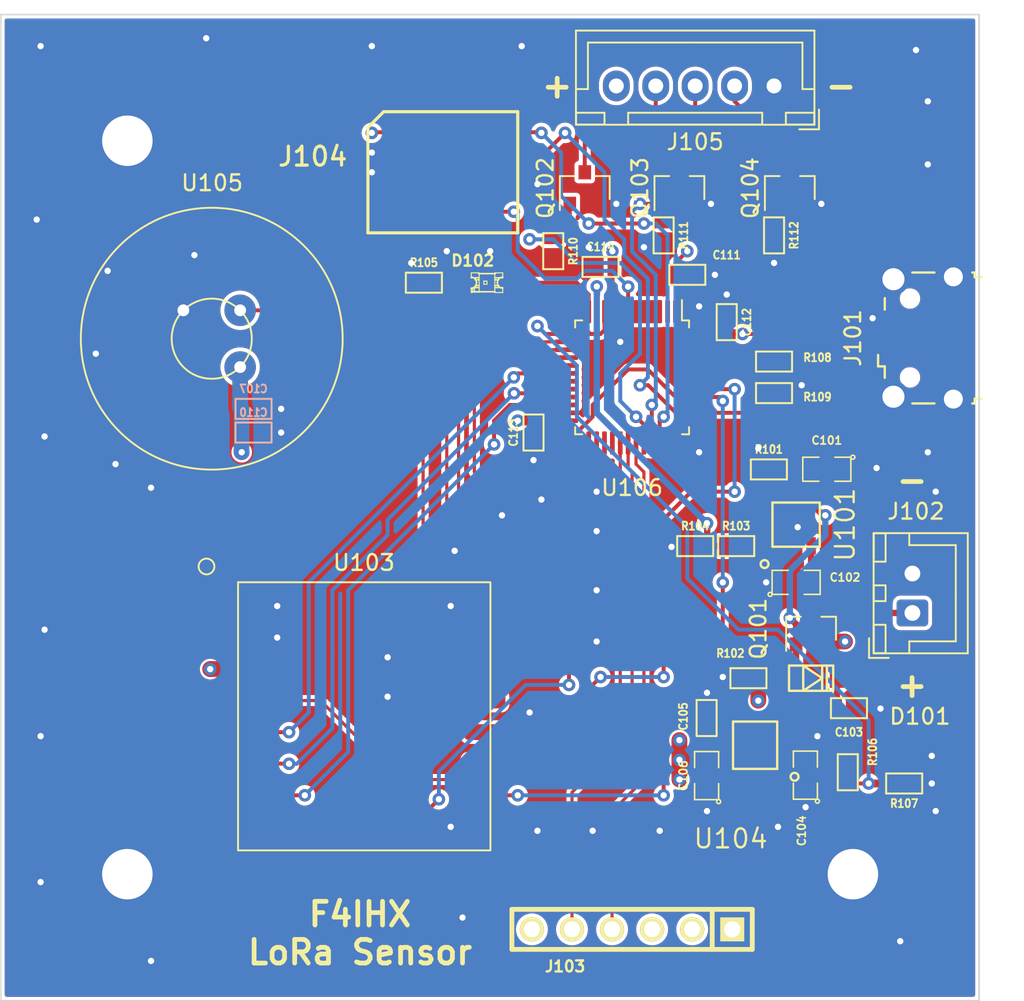
<source format=kicad_pcb>
(kicad_pcb (version 20211014) (generator pcbnew)
  (layers (0 "F.Cu" signal) (1 "In1.Cu" signal) (2 "In2.Cu" signal) (31 "B.Cu" signal) (34 "B.Paste" user) (35 "F.Paste" user) (36 "B.SilkS" user "B.Silkscreen") (37 "F.SilkS" user "F.Silkscreen") (38 "B.Mask" user) (39 "F.Mask" user) (44 "Edge.Cuts" user))
  (net 0 "")
  (net 1 "GND")
  (net 2 "VCC")
  (net 3 "Net-(R101-Pad2)")
  (net 4 "Net-(C105-Pad2)")
  (net 5 "+3V3")
  (net 6 "/~{CS}")
  (net 7 "/SCK")
  (net 8 "/MISO")
  (net 9 "/MOSI")
  (net 10 "/RA_RST")
  (net 11 "/TX")
  (net 12 "/RX")
  (net 13 "/USBD_N")
  (net 14 "/USBD_P")
  (net 18 "Net-(R103-Pad2)")
  (net 19 "Net-(D102-PadK)")
  (net 20 "/DIO4")
  (net 21 "/DIO5")
  (net 22 "/IO3")
  (net 23 "/IO2")
  (net 24 "/IO1")
  (net 25 "/IO0")
  (net 26 "/BMON")
  (net 27 "Net-(C102-Pad2)")
  (net 33 "Net-(U106-Pad44)")
  (net 46 "/SWDIO")
  (net 47 "/SWCLK")
  (net 48 "/SWO")
  (net 50 "/~{RST}")
  (net 51 "/5V")
  (net 52 "Net-(U106-Pad12)")
  (net 53 "/~{CTS}")
  (net 54 "/~{RTS}")
  (net 55 "/BATV")
  (net 56 "Net-(U106-Pad10)")
  (net 57 "/OUT3")
  (net 58 "/OUT2")
  (net 59 "/OUT1")
  (net 60 "/OUT3_D")
  (net 61 "/OUT2_D")
  (net 62 "/OUT1_D")
  (footprint "General_SMD:SM0603" (layer "F.Cu") (at 143.5 88.5 180)
    (fp_text reference "C111")
    (fp_text value "100nF" hide)
  )
  (footprint "General_SMD:SM0603" (layer "F.Cu") (at 133.75 98.5 90)
    (fp_text reference "C113")
    (fp_text value "100nF" hide)
  )
  (footprint "General_SMD:SM0603" (layer "F.Cu") (at 135 87 -90)
    (fp_text reference "R110")
    (fp_text value "10k" hide)
  )
  (footprint "General_SMD:SM0603" (layer "F.Cu") (at 153.75 115.975 180)
    (fp_text reference "C103")
    (fp_text value "1uF" hide)
  )
  (footprint "Connector_JST:JST_XH_B2B-XH-A_1x02_P2.50mm_Vertical" (layer "F.Cu") (at 157.773001 109.9385 90)
    (fp_text reference "J102")
    (fp_text value "Battery")
  )
  (footprint "General_SMD:SM0805" (layer "F.Cu") (at 152.346 100.827 180)
    (fp_text reference "C101")
    (fp_text value "4.7uF" hide)
  )
  (footprint "General_SMD:SM0603" (layer "F.Cu") (at 149 86 -90)
    (fp_text reference "R112")
    (fp_text value "10k" hide)
  )
  (footprint "General_SMD:SOD-123" (layer "F.Cu") (at 151.35 114.075 180)
    (fp_text reference "D101")
    (fp_text value "SCHOTTKY" hide)
  )
  (footprint "Connector_USB:USB_Micro-B_Wuerth_629105150521_CircularHoles" (layer "F.Cu") (at 158.42 92.505 90)
    (fp_text reference "J101")
    (fp_text value "USB_OTG")
  )
  (footprint "SOT:SOT-23" (layer "F.Cu") (at 143 83 90)
    (fp_text reference "Q103")
    (fp_text value "BSS138")
  )
  (footprint "Mounting_Holes:3.2mm_plated" (layer "F.Cu") (at 154 126.5)
    (fp_text reference "REF**" hide)
    (fp_text value "3.2mm_plated")
  )
  (footprint "General_SMD:SM0603" (layer "F.Cu") (at 153.675 120.037 90)
    (fp_text reference "R106")
    (fp_text value "12k" hide)
  )
  (footprint "General_SMD:SM0603" (layer "F.Cu") (at 148.673 100.8385)
    (fp_text reference "R101")
    (fp_text value "12k" hide)
  )
  (footprint "General_SMD:SM0603" (layer "F.Cu") (at 149 94)
    (fp_text reference "R108")
    (fp_text value "NC" hide)
  )
  (footprint "General_SMD:SM0603" (layer "F.Cu") (at 147.375 114.075 180)
    (fp_text reference "R102")
    (fp_text value "12k" hide)
  )
  (footprint "General_SMD:SM0603" (layer "F.Cu") (at 144.724997 116.600001 -90)
    (fp_text reference "C105")
    (fp_text value "10nF" hide)
  )
  (footprint "Panasonic:EKMB439311xK" (layer "F.Cu") (at 113.35 92.55)
    (fp_text reference "U105")
    (fp_text value "EKMB439311xK")
  )
  (footprint "General_SMD:SM0603" (layer "F.Cu") (at 138 88)
    (fp_text reference "C114")
    (fp_text value "100nF" hide)
  )
  (footprint "General_SMD:SM0603" (layer "F.Cu") (at 141.999997 85.999999 -90)
    (fp_text reference "R111")
    (fp_text value "10k" hide)
  )
  (footprint "Connector_JST:JST_XH_B5B-XH-A_1x05_P2.50mm_Vertical" (layer "F.Cu") (at 148.999998 76.525 180)
    (fp_text reference "J105")
    (fp_text value "Conn_01x05")
  )
  (footprint "General_SMD:SM0603" (layer "F.Cu") (at 126.79902 89)
    (fp_text reference "R105")
    (fp_text value "220" hide)
  )
  (footprint "Connectors_254mm:pin_array_6x1" (layer "F.Cu") (at 140 130 180)
    (fp_text reference "J103")
    (fp_text value "Conn_01x06_Male" hide)
  )
  (footprint "General_SMD:SM0603" (layer "F.Cu") (at 146 91.5 -90)
    (fp_text reference "C112")
    (fp_text value "100nF" hide)
  )
  (footprint "Connectors_127mm:JTAG_10ARM" (layer "F.Cu") (at 128 82)
    (fp_text reference "J104")
    (fp_text value "ARM_10x2mm" hide)
  )
  (footprint "General_SMD:SM0603" (layer "F.Cu") (at 144 105.7)
    (fp_text reference "R104")
    (fp_text value "10k" hide)
  )
  (footprint "General_SMD:SM0603" (layer "F.Cu") (at 149 96)
    (fp_text reference "R109")
    (fp_text value "12k" hide)
  )
  (footprint "General_SMD:SM0603" (layer "F.Cu") (at 146.6 105.7)
    (fp_text reference "R103")
    (fp_text value "6.8k" hide)
  )
  (footprint "SOT:SOT-23" (layer "F.Cu") (at 150 83 90)
    (fp_text reference "Q104")
    (fp_text value "BSS138")
  )
  (footprint "General_SMD:LED-0805" (layer "F.Cu") (at 130.799021 88.999998 180)
    (fp_text reference "D102")
    (fp_text value "LED" hide)
  )
  (footprint "SOT:SOT23-5" (layer "F.Cu") (at 147.8 118.325 90)
    (fp_text reference "U104")
    (fp_text value "REG113-XX-SOT23")
  )
  (footprint "SOT:SOT23-5" (layer "F.Cu") (at 150.398 104.3385)
    (fp_text reference "U101")
    (fp_text value "MCP73821_2_SOT-23-5")
  )
  (footprint "RF_Module:RA-02_Lora" (layer "F.Cu") (at 123.0175 116.4925)
    (fp_text reference "U103")
    (fp_text value "RA-02_uFL")
  )
  (footprint "Mounting_Holes:3.2mm_plated" (layer "F.Cu") (at 108 126.5)
    (fp_text reference "REF**" hide)
    (fp_text value "3.2mm_plated")
  )
  (footprint "SOT:SOT-23" (layer "F.Cu") (at 137 83 90)
    (fp_text reference "Q102")
    (fp_text value "BSS138")
  )
  (footprint "Package_QFP:LQFP-48_7x7mm_P0.5mm" (layer "F.Cu") (at 140 95 -90)
    (fp_text reference "U106")
    (fp_text value "STM32F051C8Tx")
  )
  (footprint "General_SMD:SM0805" (layer "F.Cu") (at 150.9865 120.223002 90)
    (fp_text reference "C104")
    (fp_text value "4.7uF" hide)
  )
  (footprint "General_SMD:SM0805" (layer "F.Cu") (at 144.725005 120.250001 90)
    (fp_text reference "C106")
    (fp_text value "4.7uF" hide)
  )
  (footprint "SOT:SOT-23" (layer "F.Cu") (at 151.348 110.9385 90)
    (fp_text reference "Q101")
    (fp_text value "IRLML2244")
  )
  (footprint "General_SMD:SM0603" (layer "F.Cu") (at 157.25 120.75 180)
    (fp_text reference "R107")
    (fp_text value "12k" hide)
  )
  (footprint "General_SMD:SM0805" (layer "F.Cu") (at 150.4 108)
    (fp_text reference "C102")
    (fp_text value "4.7uF" hide)
  )
  (footprint "Mounting_Holes:3.2mm_plated" (layer "F.Cu") (at 108 80)
    (fp_text reference "REF**" hide)
    (fp_text value "3.2mm_plated")
  )
  (footprint "General_SMD:SM0603" (layer "B.Cu") (at 116 98.5 180)
    (fp_text reference "C110")
    (fp_text value "100nF" hide)
  )
  (footprint "General_SMD:SM0603" (layer "B.Cu") (at 116 97 180)
    (fp_text reference "C107")
    (fp_text value "100nF" hide)
  )
  (gr_rect (start 99.975 72) (end 162 134.525) (layer "Edge.Cuts") (width 0.1) (fill none))
  (gr_text "-" (at 153.25 76.5) (layer "F.SilkS") (effects (font (size 1.5 1.5) (thickness 0.3))))
  (gr_text "+" (at 157.75 114.5) (layer "F.SilkS") (effects (font (size 1.5 1.5) (thickness 0.3))))
  (gr_text "-" (at 157.75 101.5) (layer "F.SilkS") (effects (font (size 1.5 1.5) (thickness 0.3))))
  (gr_text "F4IHX\nLoRa Sensor" (at 122.75 130.25) (layer "F.SilkS") (effects (font (size 1.5 1.5) (thickness 0.3))))
  (gr_text "+" (at 135.25 76.5) (layer "F.SilkS") (effects (font (size 1.5 1.5) (thickness 0.3))))
  (segment (start 139.25 90.8375) (end 139.25 92.75) (width 0.25) (layer "F.Cu") (net 1))
  (segment (start 137.238 88) (end 137.238 86.762) (width 0.5) (layer "F.Cu") (net 1))
  (segment (start 123.52 80.73) (end 123.5 80.75) (width 0.5) (layer "F.Cu") (net 1))
  (segment (start 143.238 105.7) (end 142.55 105.7) (width 0.5) (layer "F.Cu") (net 1))
  (segment (start 150.9865 122.2365) (end 151 122.25) (width 0.5) (layer "F.Cu") (net 1))
  (segment (start 144.725005 121.202501) (end 144.725005 122.475005) (width 0.5) (layer "F.Cu") (net 1))
  (segment (start 149 86.762) (end 149 87.75) (width 0.5) (layer "F.Cu") (net 1))
  (segment (start 141.999997 86.761999) (end 140.761999 86.761999) (width 0.5) (layer "F.Cu") (net 1))
  (segment (start 158.012 120.75) (end 159 120.75) (width 0.5) (layer "F.Cu") (net 1))
  (segment (start 144.724997 115.025003) (end 144.75 115) (width 0.5) (layer "F.Cu") (net 1))
  (segment (start 147.911 100.8385) (end 147.911 99.589) (width 0.5) (layer "F.Cu") (net 1))
  (segment (start 117.4925 111.4925) (end 117.5 111.5) (width 0.5) (layer "F.Cu") (net 1))
  (segment (start 117.4925 109.4925) (end 117.5 109.5) (width 0.5) (layer "F.Cu") (net 1))
  (segment (start 156.52 91.205) (end 155.295 91.205) (width 0.25) (layer "F.Cu") (net 1))
  (segment (start 130.6675 109.4925) (end 128.5075 109.4925) (width 0.5) (layer "F.Cu") (net 1))
  (segment (start 137.238 86.762) (end 137.25 86.75) (width 0.5) (layer "F.Cu") (net 1))
  (segment (start 150.95 84) (end 152 84) (width 0.5) (layer "F.Cu") (net 1))
  (segment (start 126.03702 89) (end 126.03702 87.78702) (width 0.5) (layer "F.Cu") (net 1))
  (segment (start 128.5075 123.4925) (end 128.5 123.5) (width 0.5) (layer "F.Cu") (net 1))
  (segment (start 140.761999 86.761999) (end 140.75 86.75) (width 0.5) (layer "F.Cu") (net 1))
  (segment (start 142.55 105.7) (end 142.5 105.75) (width 0.5) (layer "F.Cu") (net 1))
  (segment (start 144.262 88.5) (end 145.25 88.5) (width 0.5) (layer "F.Cu") (net 1))
  (segment (start 125.75 80.73) (end 123.52 80.73) (width 0.5) (layer "F.Cu") (net 1))
  (segment (start 144.725005 122.475005) (end 144.75 122.5) (width 0.5) (layer "F.Cu") (net 1))
  (segment (start 133.75 99.262) (end 133.75 100.25) (width 1) (layer "F.Cu") (net 1))
  (segment (start 146.613 114.075) (end 145.825 114.075) (width 0.5) (layer "F.Cu") (net 1))
  (segment (start 145.825 114.075) (end 145.75 114) (width 0.5) (layer "F.Cu") (net 1))
  (segment (start 130.6675 123.4925) (end 128.5075 123.4925) (width 0.5) (layer "F.Cu") (net 1))
  (segment (start 115.3675 109.4925) (end 117.4925 109.4925) (width 0.5) (layer "F.Cu") (net 1))
  (segment (start 155.295 91.205) (end 155.25 91.25) (width 0.25) (layer "F.Cu") (net 1))
  (segment (start 123.5 82) (end 125.75 82) (width 0.5) (layer "F.Cu") (net 1))
  (segment (start 150.9865 121.175502) (end 150.9865 122.2365) (width 0.5) (layer "F.Cu") (net 1))
  (segment (start 144.724997 115.838001) (end 144.724997 115.025003) (width 0.5) (layer "F.Cu") (net 1))
  (segment (start 155.725 115.975) (end 155.75 116) (width 0.5) (layer "F.Cu") (net 1))
  (segment (start 154.512 115.975) (end 155.725 115.975) (width 0.5) (layer "F.Cu") (net 1))
  (segment (start 115.3675 111.4925) (end 117.4925 111.4925) (width 0.5) (layer "F.Cu") (net 1))
  (segment (start 150.398 105.6885) (end 150.398 104.602) (width 0.5) (layer "F.Cu") (net 1))
  (segment (start 149.4475 108) (end 148.5 108) (width 0.5) (layer "F.Cu") (net 1))
  (segment (start 143.95 84) (end 145 84) (width 0.5) (layer "F.Cu") (net 1))
  (segment (start 128.5075 109.4925) (end 128.5 109.5) (width 0.5) (layer "F.Cu") (net 1))
  (segment (start 155.423 100.827) (end 155.5 100.75) (width 0.5) (layer "F.Cu") (net 1))
  (segment (start 146 90.738) (end 146 89.75) (width 0.5) (layer "F.Cu") (net 1))
  (segment (start 149.762 96) (end 150.25 96) (width 0.5) (layer "F.Cu") (net 1))
  (segment (start 150.398 104.602) (end 150.5 104.5) (width 0.5) (layer "F.Cu") (net 1))
  (segment (start 150.25 96) (end 150.75 95.5) (width 0.5) (layer "F.Cu") (net 1))
  (segment (start 126.03702 87.78702) (end 126 87.75) (width 0.5) (layer "F.Cu") (net 1))
  (segment (start 137.95 84) (end 139 84) (width 0.5) (layer "F.Cu") (net 1))
  (segment (start 147.911 99.589) (end 148 99.5) (width 0.5) (layer "F.Cu") (net 1))
  (segment (start 153.2985 100.827) (end 155.423 100.827) (width 0.5) (layer "F.Cu") (net 1))
  (via (at 140.75 86.75) (size 0.8) (drill 0.4) (layers "F.Cu" "B.Cu") (net 1))
  (via (at 144.25 99.75) (size 0.8) (drill 0.4) (layers "F.Cu" "B.Cu") (net 1))
  (via (at 141.75 123.75) (size 0.8) (drill 0.4) (layers "F.Cu" "B.Cu") (net 1))
  (via (at 159 120.75) (size 0.8) (drill 0.4) (layers "F.Cu" "B.Cu") (net 1))
  (via (at 159.25 122.5) (size 0.8) (drill 0.4) (layers "F.Cu" "B.Cu") (net 1))
  (via (at 142.5 105.75) (size 0.8) (drill 0.4) (layers "F.Cu" "B.Cu") (net 1))
  (via (at 137.25 86.75) (size 0.8) (drill 0.4) (layers "F.Cu" "B.Cu") (net 1))
  (via (at 102.25 85) (size 0.8) (drill 0.4) (layers "F.Cu" "B.Cu") (net 1))
  (via (at 123.5 82) (size 0.8) (drill 0.4) (layers "F.Cu" "B.Cu") (net 1))
  (via (at 137.75 104.75) (size 0.8) (drill 0.4) (layers "F.Cu" "B.Cu") (net 1))
  (via (at 134.25 102.75) (size 0.8) (drill 0.4) (layers "F.Cu" "B.Cu") (net 1))
  (via (at 124.5 115.25) (size 0.8) (drill 0.4) (layers "F.Cu" "B.Cu") (net 1))
  (via (at 102.75 98.75) (size 0.8) (drill 0.4) (layers "F.Cu" "B.Cu") (net 1))
  (via (at 155.5 100.75) (size 0.8) (drill 0.4) (layers "F.Cu" "B.Cu") (net 1))
  (via (at 107.25 100.5) (size 0.8) (drill 0.4) (layers "F.Cu" "B.Cu") (net 1))
  (via (at 112.25 87.25) (size 0.8) (drill 0.4) (layers "F.Cu" "B.Cu") (net 1))
  (via (at 137.5 123.75) (size 0.8) (drill 0.4) (layers "F.Cu" "B.Cu") (net 1))
  (via (at 102.5 127) (size 0.8) (drill 0.4) (layers "F.Cu" "B.Cu") (net 1))
  (via (at 109.5 102) (size 0.8) (drill 0.4) (layers "F.Cu" "B.Cu") (net 1))
  (via (at 150.75 95.5) (size 0.8) (drill 0.4) (layers "F.Cu" "B.Cu") (net 1))
  (via (at 158 74.25) (size 0.8) (drill 0.4) (layers "F.Cu" "B.Cu") (net 1))
  (via (at 152 84) (size 0.8) (drill 0.4) (layers "F.Cu" "B.Cu") (net 1))
  (via (at 148.5 108) (size 0.8) (drill 0.4) (layers "F.Cu" "B.Cu") (net 1))
  (via (at 144.75 115) (size 0.8) (drill 0.4) (layers "F.Cu" "B.Cu") (net 1))
  (via (at 159 119) (size 0.8) (drill 0.4) (layers "F.Cu" "B.Cu") (net 1))
  (via (at 158.75 99.75) (size 0.8) (drill 0.4) (layers "F.Cu" "B.Cu") (net 1))
  (via (at 150.5 104.5) (size 0.8) (drill 0.4) (layers "F.Cu" "B.Cu") (net 1))
  (via (at 134 82.75) (size 0.8) (drill 0.4) (layers "F.Cu" "B.Cu") (net 1))
  (via (at 113 73.5) (size 0.8) (drill 0.4) (layers "F.Cu" "B.Cu") (net 1))
  (via (at 137.75 102.25) (size 0.8) (drill 0.4) (layers "F.Cu" "B.Cu") (net 1))
  (via (at 144.25 90.5) (size 0.8) (drill 0.4) (layers "F.Cu" "B.Cu") (net 1))
  (via (at 134 123.75) (size 0.8) (drill 0.4) (layers "F.Cu" "B.Cu") (net 1))
  (via (at 137.75 108.5) (size 0.8) (drill 0.4) (layers "F.Cu" "B.Cu") (net 1))
  (via (at 102.5 74) (size 0.8) (drill 0.4) (layers "F.Cu" "B.Cu") (net 1))
  (via (at 129.25 129.25) (size 0.8) (drill 0.4) (layers "F.Cu" "B.Cu") (net 1))
  (via (at 124.5 112.75) (size 0.8) (drill 0.4) (layers "F.Cu" "B.Cu") (net 1))
  (via (at 123.5 80.75) (size 0.8) (drill 0.4) (layers "F.Cu" "B.Cu") (net 1))
  (via (at 131.75 103.75) (size 0.8) (drill 0.4) (layers "F.Cu" "B.Cu") (net 1))
  (via (at 133.5 116.25) (size 0.8) (drill 0.4) (layers "F.Cu" "B.Cu") (net 1))
  (via (at 102.75 111) (size 0.8) (drill 0.4) (layers "F.Cu" "B.Cu") (net 1))
  (via (at 158.75 77.5) (size 0.8) (drill 0.4) (layers "F.Cu" "B.Cu") (net 1))
  (via (at 145.25 88.5) (size 0.8) (drill 0.4) (layers "F.Cu" "B.Cu") (net 1))
  (via (at 139.25 92.75) (size 0.8) (drill 0.4) (layers "F.Cu" "B.Cu") (net 1))
  (via (at 128.25 87) (size 0.8) (drill 0.4) (layers "F.Cu" "B.Cu") (net 1))
  (via (at 117.5 109.5) (size 0.8) (drill 0.4) (layers "F.Cu" "B.Cu") (net 1))
  (via (at 133.75 100.25) (size 0.8) (drill 0.4) (layers "F.Cu" "B.Cu") (net 1))
  (via (at 117.75 97) (size 0.8) (drill 0.4) (layers "F.Cu" "B.Cu") (net 1))
  (via (at 151.75 117.75) (size 0.8) (drill 0.4) (layers "F.Cu" "B.Cu") (net 1))
  (via (at 126 87.75) (size 0.8) (drill 0.4) (layers "F.Cu" "B.Cu") (net 1))
  (via (at 159.25 102.25) (size 0.8) (drill 0.4) (layers "F.Cu" "B.Cu") (net 1))
  (via (at 106.75 88.25) (size 0.8) (drill 0.4) (layers "F.Cu" "B.Cu") (net 1))
  (via (at 149.25 123.5) (size 0.8) (drill 0.4) (layers "F.Cu" "B.Cu") (net 1))
  (via (at 157 130.75) (size 0.8) (drill 0.4) (layers "F.Cu" "B.Cu") (net 1))
  (via (at 131 87) (size 0.8) (drill 0.4) (layers "F.Cu" "B.Cu") (net 1))
  (via (at 106 93.5) (size 0.8) (drill 0.4) (layers "F.Cu" "B.Cu") (net 1))
  (via (at 158.75 81.5) (size 0.8) (drill 0.4) (layers "F.Cu" "B.Cu") (net 1))
  (via (at 102.5 117.75) (size 0.8) (drill 0.4) (layers "F.Cu" "B.Cu") (net 1))
  (via (at 128.75 106) (size 0.8) (drill 0.4) (layers "F.Cu" "B.Cu") (net 1))
  (via (at 145.75 114) (size 0.8) (drill 0.4) (layers "F.Cu" "B.Cu") (net 1))
  (via (at 155.75 116) (size 0.8) (drill 0.4) (layers "F.Cu" "B.Cu") (net 1))
  (via (at 109.5 132) (size 0.8) (drill 0.4) (layers "F.Cu" "B.Cu") (net 1))
  (via (at 149 87.75) (size 0.8) (drill 0.4) (layers "F.Cu" "B.Cu") (net 1))
  (via (at 123.5 74) (size 0.8) (drill 0.4) (layers "F.Cu" "B.Cu") (net 1))
  (via (at 128.5 123.5) (size 0.8) (drill 0.4) (layers "F.Cu" "B.Cu") (net 1))
  (via (at 117.75 98.5) (size 0.8) (drill 0.4) (layers "F.Cu" "B.Cu") (net 1))
  (via (at 151 122.25) (size 0.8) (drill 0.4) (layers "F.Cu" "B.Cu") (net 1))
  (via (at 146 89.75) (size 0.8) (drill 0.4) (layers "F.Cu" "B.Cu") (net 1))
  (via (at 133 74) (size 0.8) (drill 0.4) (layers "F.Cu" "B.Cu") (net 1))
  (via (at 148 99.5) (size 0.8) (drill 0.4) (layers "F.Cu" "B.Cu") (net 1))
  (via (at 155.25 91.25) (size 0.8) (drill 0.4) (layers "F.Cu" "B.Cu") (net 1))
  (via (at 128.5 109.5) (size 0.8) (drill 0.4) (layers "F.Cu" "B.Cu") (net 1))
  (via (at 139 84) (size 0.8) (drill 0.4) (layers "F.Cu" "B.Cu") (net 1))
  (via (at 144.75 122.5) (size 0.8) (drill 0.4) (layers "F.Cu" "B.Cu") (net 1))
  (via (at 145 84) (size 0.8) (drill 0.4) (layers "F.Cu" "B.Cu") (net 1))
  (via (at 137.75 111.75) (size 0.8) (drill 0.4) (layers "F.Cu" "B.Cu") (net 1))
  (via (at 117.5 111.5) (size 0.8) (drill 0.4) (layers "F.Cu" "B.Cu") (net 1))
  (segment (start 116.762 98.5) (end 117.75 98.5) (width 0.5) (layer "B.Cu") (net 1))
  (segment (start 116.762 97) (end 117.75 97) (width 0.5) (layer "B.Cu") (net 1))
  (segment (start 152.988 115.975) (end 151.525 115.975) (width 0.4) (layer "F.Cu") (net 2))
  (segment (start 153 113.25) (end 153 114.06) (width 0.4) (layer "F.Cu") (net 2))
  (segment (start 150.982002 119.275) (end 150.9865 119.270502) (width 0.4) (layer "F.Cu") (net 2))
  (segment (start 153.675 119.275) (end 150.990998 119.275) (width 0.4) (layer "F.Cu") (net 2))
  (segment (start 152.4865 111.75) (end 152.298 111.9385) (width 1) (layer "F.Cu") (net 2))
  (segment (start 149.15 119.275) (end 150.982002 119.275) (width 0.4) (layer "F.Cu") (net 2))
  (segment (start 152.298 111.9385) (end 152.298 112.548) (width 0.4) (layer "F.Cu") (net 2))
  (segment (start 153 114.06) (end 152.985 114.075) (width 0.4) (layer "F.Cu") (net 2))
  (segment (start 148 118.75) (end 148 117.75) (width 0.4) (layer "F.Cu") (net 2))
  (segment (start 148.375 117.375) (end 149.15 117.375) (width 0.4) (layer "F.Cu") (net 2))
  (segment (start 150.990998 119.275) (end 150.9865 119.270502) (width 0.4) (layer "F.Cu") (net 2))
  (segment (start 150.125 117.375) (end 149.15 117.375) (width 0.4) (layer "F.Cu") (net 2))
  (segment (start 152.298 112.548) (end 153 113.25) (width 0.4) (layer "F.Cu") (net 2))
  (segment (start 152.985 115.972) (end 152.988 115.975) (width 0.4) (layer "F.Cu") (net 2))
  (segment (start 149.15 119.275) (end 148.525 119.275) (width 0.4) (layer "F.Cu") (net 2))
  (segment (start 148.525 119.275) (end 148 118.75) (width 0.4) (layer "F.Cu") (net 2))
  (segment (start 153.5 111.75) (end 152.4865 111.75) (width 1) (layer "F.Cu") (net 2))
  (segment (start 152.985 114.075) (end 152.985 115.972) (width 0.4) (layer "F.Cu") (net 2))
  (segment (start 148 117.75) (end 148.375 117.375) (width 0.4) (layer "F.Cu") (net 2))
  (segment (start 151.525 115.975) (end 150.125 117.375) (width 0.4) (layer "F.Cu") (net 2))
  (via (at 153.5 111.75) (size 0.8) (drill 0.4) (layers "F.Cu" "B.Cu") (net 2))
  (segment (start 149.435 102.9755) (end 149.448 102.9885) (width 0.4) (layer "F.Cu") (net 3))
  (segment (start 149.435 100.8385) (end 149.435 102.9755) (width 0.4) (layer "F.Cu") (net 3))
  (segment (start 146.45 117.375) (end 144.737996 117.375) (width 0.4) (layer "F.Cu") (net 4))
  (segment (start 144.737996 117.375) (end 144.724997 117.362001) (width 0.4) (layer "F.Cu") (net 4))
  (segment (start 146.45 119.275) (end 144.747506 119.275) (width 0.4) (layer "F.Cu") (net 5))
  (segment (start 146.988 92.262) (end 147 92.25) (width 0.25) (layer "F.Cu") (net 5))
  (segment (start 148.75 92.25) (end 147 92.25) (width 0.25) (layer "F.Cu") (net 5))
  (segment (start 142.75 90.8375) (end 142.75 88.512) (width 0.25) (layer "F.Cu") (net 5))
  (segment (start 149.762 94) (end 149.762 93.262) (width 0.25) (layer "F.Cu") (net 5))
  (segment (start 138.762 90.8255) (end 138.75 90.8375) (width 0.25) (layer "F.Cu") (net 5))
  (segment (start 143 119.25) (end 143 120.5) (width 1) (layer "F.Cu") (net 5))
  (segment (start 145.988 92.25) (end 146 92.262) (width 0.25) (layer "F.Cu") (net 5))
  (segment (start 138.762 88) (end 138.762 90.8255) (width 0.25) (layer "F.Cu") (net 5))
  (segment (start 133.762 97.75) (end 133.75 97.738) (width 0.25) (layer "F.Cu") (net 5))
  (segment (start 142.738 88.5) (end 142.738 87.762) (width 0.25) (layer "F.Cu") (net 5))
  (segment (start 146 92.262) (end 146.988 92.262) (width 0.25) (layer "F.Cu") (net 5))
  (segment (start 149.762 93.262) (end 148.75 92.25) (width 0.25) (layer "F.Cu") (net 5))
  (segment (start 113.2575 113.4925) (end 113.25 113.5) (width 1) (layer "F.Cu") (net 5))
  (segment (start 133.75 97.738) (end 132.762 97.738) (width 0.25) (layer "F.Cu") (net 5))
  (segment (start 132.762 97.738) (end 132.75 97.75) (width 0.25) (layer "F.Cu") (net 5))
  (segment (start 125.75 79.46) (end 123.54 79.46) (width 0.25) (layer "F.Cu") (net 5))
  (segment (start 138.762 88) (end 138.762 87.012) (width 0.25) (layer "F.Cu") (net 5))
  (segment (start 144.747506 119.275) (end 144.725005 119.297501) (width 0.4) (layer "F.Cu") (net 5))
  (segment (start 123.54 79.46) (end 123.5 79.5) (width 0.25) (layer "F.Cu") (net 5))
  (segment (start 142.75 88.512) (end 142.738 88.5) (width 0.25) (layer "F.Cu") (net 5))
  (segment (start 144.725005 119.297501) (end 143.047501 119.297501) (width 1) (layer "F.Cu") (net 5))
  (segment (start 135.8375 97.75) (end 133.762 97.75) (width 0.25) (layer "F.Cu") (net 5))
  (segment (start 143 119.25) (end 143 118) (width 1) (layer "F.Cu") (net 5))
  (segment (start 138.762 87.012) (end 138.75 87) (width 0.25) (layer "F.Cu") (net 5))
  (segment (start 142.738 87.762) (end 143.5 87) (width 0.25) (layer "F.Cu") (net 5))
  (segment (start 115.3675 113.4925) (end 113.2575 113.4925) (width 1) (layer "F.Cu") (net 5))
  (segment (start 143.047501 119.297501) (end 143 119.25) (width 1) (layer "F.Cu") (net 5))
  (segment (start 144.1625 92.25) (end 145.988 92.25) (width 0.25) (layer "F.Cu") (net 5))
  (via (at 143 120.5) (size 0.8) (drill 0.4) (layers "F.Cu" "B.Cu") (net 5))
  (via (at 132.75 97.75) (size 0.8) (drill 0.4) (layers "F.Cu" "B.Cu") (net 5))
  (via (at 113.25 113.5) (size 0.8) (drill 0.4) (layers "F.Cu" "B.Cu") (net 5))
  (via (at 143 118) (size 0.8) (drill 0.4) (layers "F.Cu" "B.Cu") (net 5))
  (via (at 143.5 87) (size 0.8) (drill 0.4) (layers "F.Cu" "B.Cu") (net 5))
  (via (at 123.5 79.5) (size 0.8) (drill 0.4) (layers "F.Cu" "B.Cu") (net 5))
  (via (at 147 92.25) (size 0.8) (drill 0.4) (layers "F.Cu" "B.Cu") (net 5))
  (via (at 115.25 99.75) (size 0.8) (drill 0.4) (layers "F.Cu" "B.Cu") (net 5))
  (via (at 138.75 87) (size 0.8) (drill 0.4) (layers "F.Cu" "B.Cu") (net 5))
  (via (at 143 119.25) (size 0.8) (drill 0.4) (layers "F.Cu" "B.Cu") (net 5))
  (segment (start 115.238 98.5) (end 115.238 97) (width 1) (layer "B.Cu") (net 5))
  (segment (start 115.15 96.912) (end 115.238 97) (width 1) (layer "B.Cu") (net 5))
  (segment (start 115.238 98.5) (end 115.238 99.738) (width 1) (layer "B.Cu") (net 5))
  (segment (start 115.15 94.35) (end 115.15 96.912) (width 1) (layer "B.Cu") (net 5))
  (segment (start 115.238 99.738) (end 115.25 99.75) (width 1) (layer "B.Cu") (net 5))
  (segment (start 126.75 94.75) (end 128.75 92.75) (width 0.2) (layer "F.Cu") (net 6))
  (segment (start 126.75 109.985) (end 126.75 94.75) (width 0.2) (layer "F.Cu") (net 6))
  (segment (start 128.2575 111.4925) (end 126.75 109.985) (width 0.2) (layer "F.Cu") (net 6))
  (segment (start 128.75 92.75) (end 135.8375 92.75) (width 0.2) (layer "F.Cu") (net 6))
  (segment (start 130.6675 111.4925) (end 128.2575 111.4925) (width 0.2) (layer "F.Cu") (net 6))
  (segment (start 130.5 93.25) (end 135.8375 93.25) (width 0.2) (layer "F.Cu") (net 7))
  (segment (start 128.95798 112.29202) (end 132.20798 112.29202) (width 0.2) (layer "F.Cu") (net 7))
  (segment (start 127.75 115.75) (end 127.75 113.5) (width 0.2) (layer "F.Cu") (net 7))
  (segment (start 128.25 103.25) (end 128.25 95.5) (width 0.2) (layer "F.Cu") (net 7))
  (segment (start 129.4925 117.4925) (end 127.75 115.75) (width 0.2) (layer "F.Cu") (net 7))
  (segment (start 130.6675 117.4925) (end 129.4925 117.4925) (width 0.2) (layer "F.Cu") (net 7))
  (segment (start 128.25 95.5) (end 130.5 93.25) (width 0.2) (layer "F.Cu") (net 7))
  (segment (start 132.20798 112.29202) (end 133.25 111.25) (width 0.2) (layer "F.Cu") (net 7))
  (segment (start 127.75 113.5) (end 128.95798 112.29202) (width 0.2) (layer "F.Cu") (net 7))
  (segment (start 133.25 111.25) (end 133.25 108.25) (width 0.2) (layer "F.Cu") (net 7))
  (segment (start 133.25 108.25) (end 128.25 103.25) (width 0.2) (layer "F.Cu") (net 7))
  (segment (start 133.75 112) (end 133.75 107) (width 0.2) (layer "F.Cu") (net 8))
  (segment (start 133.05702 112.69298) (end 133.75 112) (width 0.2) (layer "F.Cu") (net 8))
  (segment (start 130.6675 115.4925) (end 129.2425 115.4925) (width 0.2) (layer "F.Cu") (net 8))
  (segment (start 133.75 107) (end 129 102.25) (width 0.2) (layer "F.Cu") (net 8))
  (segment (start 129 102.25) (end 129 96) (width 0.2) (layer "F.Cu") (net 8))
  (segment (start 128.75 115) (end 128.75 113.25) (width 0.2) (layer "F.Cu") (net 8))
  (segment (start 129 96) (end 131.25 93.75) (width 0.2) (layer "F.Cu") (net 8))
  (segment (start 131.25 93.75) (end 135.8375 93.75) (width 0.2) (layer "F.Cu") (net 8))
  (segment (start 129.30702 112.69298) (end 133.05702 112.69298) (width 0.2) (layer "F.Cu") (net 8))
  (segment (start 128.75 113.25) (end 129.30702 112.69298) (width 0.2) (layer "F.Cu") (net 8))
  (segment (start 129.2425 115.4925) (end 128.75 115) (width 0.2) (layer "F.Cu") (net 8))
  (segment (start 133.7575 113.4925) (end 134.75 112.5) (width 0.2) (layer "F.Cu") (net 9))
  (segment (start 130 101) (end 130 96.25) (width 0.2) (layer "F.Cu") (net 9))
  (segment (start 134.75 105.75) (end 130 101) (width 0.2) (layer "F.Cu") (net 9))
  (segment (start 130 96.25) (end 132 94.25) (width 0.2) (layer "F.Cu") (net 9))
  (segment (start 130.6675 113.4925) (end 133.7575 113.4925) (width 0.2) (layer "F.Cu") (net 9))
  (segment (start 134.75 112.5) (end 134.75 105.75) (width 0.2) (layer "F.Cu") (net 9))
  (segment (start 132 94.25) (end 135.8375 94.25) (width 0.2) (layer "F.Cu") (net 9))
  (segment (start 115.3675 115.4925) (end 120.2425 115.4925) (width 0.2) (layer "F.Cu") (net 10))
  (segment (start 133.25 120.5) (end 139.25 114.5) (width 0.2) (layer "F.Cu") (net 10))
  (segment (start 125.25 120.5) (end 133.25 120.5) (width 0.2) (layer "F.Cu") (net 10))
  (segment (start 120.2425 115.4925) (end 125.25 120.5) (width 0.2) (layer "F.Cu") (net 10))
  (segment (start 139.25 114.5) (end 139.25 99.1625) (width 0.2) (layer "F.Cu") (net 10))
  (segment (start 140 117.5) (end 136.19 121.31) (width 0.2) (layer "F.Cu") (net 11))
  (segment (start 136.19 121.31) (end 136.19 130) (width 0.2) (layer "F.Cu") (net 11))
  (segment (start 140 101) (end 140 117.5) (width 0.2) (layer "F.Cu") (net 11))
  (segment (start 139.75 99.1625) (end 139.75 100.75) (width 0.2) (layer "F.Cu") (net 11))
  (segment (start 139.75 100.75) (end 140 101) (width 0.2) (layer "F.Cu") (net 11))
  (segment (start 140.75 120.5) (end 140.75 100.999511) (width 0.2) (layer "F.Cu") (net 12))
  (segment (start 140.75 100.999511) (end 140.25 100.499511) (width 0.2) (layer "F.Cu") (net 12))
  (segment (start 140.25 100.499511) (end 140.25 99.1625) (width 0.2) (layer "F.Cu") (net 12))
  (segment (start 138.73 122.52) (end 140.75 120.5) (width 0.2) (layer "F.Cu") (net 12))
  (segment (start 138.73 130) (end 138.73 122.52) (width 0.2) (layer "F.Cu") (net 12))
  (segment (start 149.4365 105.7) (end 149.448 105.6885) (width 0.4) (layer "F.Cu") (net 18))
  (segment (start 147.362 105.7) (end 149.4365 105.7) (width 0.4) (layer "F.Cu") (net 18))
  (segment (start 129.750001 88.999998) (end 127.561022 88.999998) (width 0.25) (layer "F.Cu") (net 19))
  (segment (start 127.561022 88.999998) (end 127.56102 89) (width 0.25) (layer "F.Cu") (net 19))
  (segment (start 145.75 108) (end 145.75 112.25) (width 0.25) (layer "F.Cu") (net 20))
  (segment (start 132.75 121.5) (end 130.675 121.5) (width 0.25) (layer "F.Cu") (net 20))
  (segment (start 142 116) (end 142 121.5) (width 0.25) (layer "F.Cu") (net 20))
  (segment (start 143.75 114.25) (end 142 116) (width 0.25) (layer "F.Cu") (net 20))
  (segment (start 130.675 121.5) (end 130.6675 121.4925) (width 0.25) (layer "F.Cu") (net 20))
  (segment (start 145.5 96.25) (end 145.75 96.5) (width 0.25) (layer "F.Cu") (net 20))
  (segment (start 144.1625 96.25) (end 145.5 96.25) (width 0.25) (layer "F.Cu") (net 20))
  (segment (start 145.75 112.25) (end 143.75 114.25) (width 0.25) (layer "F.Cu") (net 20))
  (via (at 145.75 108) (size 0.8) (drill 0.4) (layers "F.Cu" "B.Cu") (net 20))
  (via (at 145.75 96.5) (size 0.8) (drill 0.4) (layers "F.Cu" "B.Cu") (net 20))
  (via (at 132.75 121.5) (size 0.8) (drill 0.4) (layers "F.Cu" "B.Cu") (net 20))
  (via (at 142 121.5) (size 0.8) (drill 0.4) (layers "F.Cu" "B.Cu") (net 20))
  (segment (start 142 121.5) (end 132.75 121.5) (width 0.25) (layer "B.Cu") (net 20))
  (segment (start 145.75 96.5) (end 145.75 108) (width 0.25) (layer "B.Cu") (net 20))
  (segment (start 141.5 105) (end 141.5 104.5) (width 0.25) (layer "F.Cu") (net 21))
  (segment (start 130.6675 119.4925) (end 132.5075 119.4925) (width 0.25) (layer "F.Cu") (net 21))
  (segment (start 142 106.75) (end 141.5 106.25) (width 0.25) (layer "F.Cu") (net 21))
  (segment (start 142 107) (end 142 106.75) (width 0.25) (layer "F.Cu") (net 21))
  (segment (start 141.5 104.5) (end 143.25 102.75) (width 0.25) (layer "F.Cu") (net 21))
  (segment (start 146.5 95.75) (end 144.1625 95.75) (width 0.25) (layer "F.Cu") (net 21))
  (segment (start 142 114) (end 142 107) (width 0.25) (layer "F.Cu") (net 21))
  (segment (start 141.5 106.25) (end 141.5 105) (width 0.25) (layer "F.Cu") (net 21))
  (segment (start 143.75 102.25) (end 146.5 102.25) (width 0.25) (layer "F.Cu") (net 21))
  (segment (start 132.5075 119.4925) (end 138 114) (width 0.25) (layer "F.Cu") (net 21))
  (segment (start 143.25 102.75) (end 143.75 102.25) (width 0.25) (layer "F.Cu") (net 21))
  (via (at 146.5 95.75) (size 0.8) (drill 0.4) (layers "F.Cu" "B.Cu") (net 21))
  (via (at 138 114) (size 0.8) (drill 0.4) (layers "F.Cu" "B.Cu") (net 21))
  (via (at 146.5 102.25) (size 0.8) (drill 0.4) (layers "F.Cu" "B.Cu") (net 21))
  (via (at 142 114) (size 0.8) (drill 0.4) (layers "F.Cu" "B.Cu") (net 21))
  (segment (start 146.5 102.25) (end 146.5 95.75) (width 0.25) (layer "B.Cu") (net 21))
  (segment (start 138 114) (end 142 114) (width 0.25) (layer "B.Cu") (net 21))
  (segment (start 139.75 94.5) (end 137.75 96.5) (width 0.25) (layer "F.Cu") (net 22))
  (segment (start 142 95.5) (end 141 94.5) (width 0.25) (layer "F.Cu") (net 22))
  (segment (start 141 94.5) (end 139.75 94.5) (width 0.25) (layer "F.Cu") (net 22))
  (segment (start 137.5 96.75) (end 137.5 97.5) (width 0.25) (layer "F.Cu") (net 22))
  (segment (start 137 98) (end 136 99) (width 0.25) (layer "F.Cu") (net 22))
  (segment (start 137.5 97.5) (end 137 98) (width 0.25) (layer "F.Cu") (net 22))
  (segment (start 137.75 96.5) (end 137.5 96.75) (width 0.25) (layer "F.Cu") (net 22))
  (segment (start 126.0075 123.4925) (end 127.75 121.75) (width 0.25) (layer "F.Cu") (net 22))
  (segment (start 136 100) (end 136 114.5) (width 0.25) (layer "F.Cu") (net 22))
  (segment (start 136 99) (end 136 100) (width 0.25) (layer "F.Cu") (net 22))
  (segment (start 144.1625 96.75) (end 143.25 96.75) (width 0.25) (layer "F.Cu") (net 22))
  (segment (start 115.3675 123.4925) (end 126.0075 123.4925) (width 0.25) (layer "F.Cu") (net 22))
  (segment (start 143.25 96.75) (end 142 95.5) (width 0.25) (layer "F.Cu") (net 22))
  (via (at 136 114.5) (size 0.8) (drill 0.4) (layers "F.Cu" "B.Cu") (net 22))
  (via (at 127.75 121.75) (size 0.8) (drill 0.4) (layers "F.Cu" "B.Cu") (net 22))
  (segment (start 127.75 120) (end 133.25 114.5) (width 0.25) (layer "B.Cu") (net 22))
  (segment (start 136 114.5) (end 133.25 114.5) (width 0.25) (layer "B.Cu") (net 22))
  (segment (start 127.75 121.75) (end 127.75 120) (width 0.25) (layer "B.Cu") (net 22))
  (segment (start 131.25 97.75) (end 131.25 99.25) (width 0.25) (layer "F.Cu") (net 23))
  (segment (start 119.25 121.5) (end 115.375 121.5) (width 0.25) (layer "F.Cu") (net 23))
  (segment (start 133.5 96.5) (end 133.25 96.75) (width 0.25) (layer "F.Cu") (net 23))
  (segment (start 134.25 95.75) (end 133.5 96.5) (width 0.25) (layer "F.Cu") (net 23))
  (segment (start 135.8375 95.75) (end 134.25 95.75) (width 0.25) (layer "F.Cu") (net 23))
  (segment (start 133.25 96.75) (end 132.5 96.75) (width 0.25) (layer "F.Cu") (net 23))
  (segment (start 115.375 121.5) (end 115.3675 121.4925) (width 0.25) (layer "F.Cu") (net 23))
  (segment (start 132.5 96.75) (end 132.25 96.75) (width 0.25) (layer "F.Cu") (net 23))
  (segment (start 132.25 96.75) (end 131.25 97.75) (width 0.25) (layer "F.Cu") (net 23))
  (via (at 131.25 99.25) (size 0.8) (drill 0.4) (layers "F.Cu" "B.Cu") (net 23))
  (via (at 119.25 121.5) (size 0.8) (drill 0.4) (layers "F.Cu" "B.Cu") (net 23))
  (segment (start 122 108.5) (end 122 114.5) (width 0.25) (layer "B.Cu") (net 23))
  (segment (start 131.25 99.25) (end 122 108.5) (width 0.25) (layer "B.Cu") (net 23))
  (segment (start 122 118.75) (end 119.25 121.5) (width 0.25) (layer "B.Cu") (net 23))
  (segment (start 122 114.5) (end 122 118.75) (width 0.25) (layer "B.Cu") (net 23))
  (segment (start 133.237701 96.012299) (end 134 95.25) (width 0.25) (layer "F.Cu") (net 24))
  (segment (start 132.512299 96.012299) (end 133.237701 96.012299) (width 0.25) (layer "F.Cu") (net 24))
  (segment (start 134 95.25) (end 135.8375 95.25) (width 0.25) (layer "F.Cu") (net 24))
  (segment (start 118.2425 119.4925) (end 118.25 119.5) (width 0.25) (layer "F.Cu") (net 24))
  (segment (start 115.3675 119.4925) (end 118.2425 119.4925) (width 0.25) (layer "F.Cu") (net 24))
  (via (at 132.512299 96.012299) (size 0.8) (drill 0.4) (layers "F.Cu" "B.Cu") (net 24))
  (via (at 118.25 119.5) (size 0.8) (drill 0.4) (layers "F.Cu" "B.Cu") (net 24))
  (segment (start 121 108.5) (end 124.5 105) (width 0.25) (layer "B.Cu") (net 24))
  (segment (start 124.5 105) (end 124.5 104.024598) (width 0.25) (layer "B.Cu") (net 24))
  (segment (start 121 112.25) (end 121 108.5) (width 0.25) (layer "B.Cu") (net 24))
  (segment (start 118.75 119.5) (end 121 117.25) (width 0.25) (layer "B.Cu") (net 24))
  (segment (start 118.25 119.5) (end 118.75 119.5) (width 0.25) (layer "B.Cu") (net 24))
  (segment (start 124.5 104.024598) (end 132.512299 96.012299) (width 0.25) (layer "B.Cu") (net 24))
  (segment (start 121 117.25) (end 121 112.25) (width 0.25) (layer "B.Cu") (net 24))
  (segment (start 118.25 117.5) (end 115.375 117.5) (width 0.25) (layer "F.Cu") (net 25))
  (segment (start 115.375 117.5) (end 115.3675 117.4925) (width 0.25) (layer "F.Cu") (net 25))
  (segment (start 132.75 94.75) (end 132.5 95) (width 0.25) (layer "F.Cu") (net 25))
  (segment (start 135.8375 94.75) (end 132.75 94.75) (width 0.25) (layer "F.Cu") (net 25))
  (via (at 132.5 95) (size 0.8) (drill 0.4) (layers "F.Cu" "B.Cu") (net 25))
  (via (at 118.25 117.5) (size 0.8) (drill 0.4) (layers "F.Cu" "B.Cu") (net 25))
  (segment (start 119.5 116.25) (end 118.25 117.5) (width 0.25) (layer "B.Cu") (net 25))
  (segment (start 119.5 113.75) (end 119.5 116.25) (width 0.25) (layer "B.Cu") (net 25))
  (segment (start 119.5 108) (end 119.5 113.75) (width 0.25) (layer "B.Cu") (net 25))
  (segment (start 132.5 95) (end 119.5 108) (width 0.25) (layer "B.Cu") (net 25))
  (segment (start 156.488 120.75) (end 155 120.75) (width 0.5) (layer "F.Cu") (net 26))
  (segment (start 153.724 120.75) (end 153.675 120.799) (width 0.25) (layer "F.Cu") (net 26))
  (segment (start 155 120.75) (end 153.724 120.75) (width 0.25) (layer "F.Cu") (net 26))
  (segment (start 134.5 92.25) (end 134 91.75) (width 0.25) (layer "F.Cu") (net 26))
  (segment (start 135.8375 92.25) (end 134.5 92.25) (width 0.25) (layer "F.Cu") (net 26))
  (via (at 134 91.75) (size 0.8) (drill 0.4) (layers "F.Cu" "B.Cu") (net 26))
  (via (at 155 120.75) (size 0.8) (drill 0.4) (layers "F.Cu" "B.Cu") (net 26))
  (segment (start 155 116.75) (end 155 120.75) (width 0.25) (layer "B.Cu") (net 26))
  (segment (start 143.5 107.75) (end 146.75 111) (width 0.25) (layer "B.Cu") (net 26))
  (segment (start 146.75 111) (end 149.25 111) (width 0.25) (layer "B.Cu") (net 26))
  (segment (start 143.5 104.5) (end 143.5 107.75) (width 0.25) (layer "B.Cu") (net 26))
  (segment (start 136.5 97.5) (end 143.5 104.5) (width 0.25) (layer "B.Cu") (net 26))
  (segment (start 134 91.75) (end 136.5 94.25) (width 0.25) (layer "B.Cu") (net 26))
  (segment (start 136.5 94.25) (end 136.5 97.5) (width 0.25) (layer "B.Cu") (net 26))
  (segment (start 149.25 111) (end 155 116.75) (width 0.25) (layer "B.Cu") (net 26))
  (segment (start 151.348 109.9385) (end 151.348 108.0045) (width 0.4) (layer "F.Cu") (net 27))
  (segment (start 151.348 107.9955) (end 151.3525 108) (width 0.4) (layer "F.Cu") (net 27))
  (segment (start 151.348 108.0045) (end 151.3525 108) (width 0.4) (layer "F.Cu") (net 27))
  (segment (start 157.773001 109.9385) (end 151.348 109.9385) (width 0.4) (layer "F.Cu") (net 27))
  (segment (start 151.348 105.6885) (end 151.348 107.9955) (width 0.4) (layer "F.Cu") (net 27))
  (segment (start 148.238 96) (end 148.238 94) (width 0.25) (layer "F.Cu") (net 33))
  (segment (start 145.75 94) (end 145.5 94.25) (width 0.25) (layer "F.Cu") (net 33))
  (segment (start 145.5 94.25) (end 144.1625 94.25) (width 0.25) (layer "F.Cu") (net 33))
  (segment (start 148.238 94) (end 145.75 94) (width 0.25) (layer "F.Cu") (net 33))
  (segment (start 137.25 85.25) (end 140.75 85.25) (width 0.25) (layer "F.Cu") (net 46))
  (segment (start 141.75 97.75) (end 141.75 99.1625) (width 0.25) (layer "F.Cu") (net 46))
  (segment (start 134.25 79.5) (end 134.21 79.46) (width 0.25) (layer "F.Cu") (net 46))
  (segment (start 134.21 79.46) (end 130.25 79.46) (width 0.25) (layer "F.Cu") (net 46))
  (segment (start 142 97.5) (end 141.75 97.75) (width 0.25) (layer "F.Cu") (net 46))
  (via (at 142 97.5) (size 0.8) (drill 0.4) (layers "F.Cu" "B.Cu") (net 46))
  (via (at 134.25 79.5) (size 0.8) (drill 0.4) (layers "F.Cu" "B.Cu") (net 46))
  (via (at 137.25 85.25) (size 0.8) (drill 0.4) (layers "F.Cu" "B.Cu") (net 46))
  (via (at 140.75 85.25) (size 0.8) (drill 0.4) (layers "F.Cu" "B.Cu") (net 46))
  (segment (start 135.5 80.75) (end 135.5 83.5) (width 0.25) (layer "B.Cu") (net 46))
  (segment (start 141.5 85.25) (end 140.75 85.25) (width 0.25) (layer "B.Cu") (net 46))
  (segment (start 142.25 97.25) (end 142.25 86) (width 0.25) (layer "B.Cu") (net 46))
  (segment (start 142 97.5) (end 142.25 97.25) (width 0.25) (layer "B.Cu") (net 46))
  (segment (start 142.25 86) (end 141.5 85.25) (width 0.25) (layer "B.Cu") (net 46))
  (segment (start 134.25 79.5) (end 135.5 80.75) (width 0.25) (layer "B.Cu") (net 46))
  (segment (start 135.5 83.5) (end 137.25 85.25) (width 0.25) (layer "B.Cu") (net 46))
  (segment (start 140.5 95.5) (end 141.024614 95.5) (width 0.25) (layer "F.Cu") (net 47))
  (segment (start 134.52 80.73) (end 135.75 79.5) (width 0.25) (layer "F.Cu") (net 47))
  (segment (start 143.274614 97.75) (end 144.1625 97.75) (width 0.25) (layer "F.Cu") (net 47))
  (segment (start 141.024614 95.5) (end 143.274614 97.75) (width 0.25) (layer "F.Cu") (net 47))
  (segment (start 130.25 80.73) (end 134.52 80.73) (width 0.25) (layer "F.Cu") (net 47))
  (via (at 135.75 79.5) (size 0.8) (drill 0.4) (layers "F.Cu" "B.Cu") (net 47))
  (via (at 140.5 95.5) (size 0.8) (drill 0.4) (layers "F.Cu" "B.Cu") (net 47))
  (segment (start 135.75 79.5) (end 138.25 82) (width 0.25) (layer "B.Cu") (net 47))
  (segment (start 138.25 82) (end 138.25 85) (width 0.25) (layer "B.Cu") (net 47))
  (segment (start 141 95) (end 140.5 95.5) (width 0.25) (layer "B.Cu") (net 47))
  (segment (start 139.5 87.25) (end 141 88.75) (width 0.25) (layer "B.Cu") (net 47))
  (segment (start 141 88.75) (end 141 95) (width 0.25) (layer "B.Cu") (net 47))
  (segment (start 139.5 86.25) (end 139.5 87.25) (width 0.25) (layer "B.Cu") (net 47))
  (segment (start 138.25 85) (end 139.5 86.25) (width 0.25) (layer "B.Cu") (net 47))
  (segment (start 139.75 90.8375) (end 139.75 89.25) (width 0.25) (layer "F.Cu") (net 50))
  (segment (start 132.5 84.5) (end 130.29 84.5) (width 0.25) (layer "F.Cu") (net 50))
  (segment (start 130.29 84.5) (end 130.25 84.54) (width 0.25) (layer "F.Cu") (net 50))
  (via (at 139.75 89.25) (size 0.8) (drill 0.4) (layers "F.Cu" "B.Cu") (net 50))
  (via (at 132.5 84.5) (size 0.8) (drill 0.4) (layers "F.Cu" "B.Cu") (net 50))
  (segment (start 139.75 89.25) (end 138.75 88.25) (width 0.25) (layer "B.Cu") (net 50))
  (segment (start 132.75 84.75) (end 132.5 84.5) (width 0.25) (layer "B.Cu") (net 50))
  (segment (start 138.75 88.25) (end 137 88.25) (width 0.25) (layer "B.Cu") (net 50))
  (segment (start 132.75 87) (end 132.75 84.75) (width 0.25) (layer "B.Cu") (net 50))
  (segment (start 136.5 88.75) (end 134.5 88.75) (width 0.25) (layer "B.Cu") (net 50))
  (segment (start 137 88.25) (end 136.5 88.75) (width 0.25) (layer "B.Cu") (net 50))
  (segment (start 134.5 88.75) (end 132.75 87) (width 0.25) (layer "B.Cu") (net 50))
  (segment (start 152.1095 103.75) (end 151.348 102.9885) (width 0.4) (layer "F.Cu") (net 51))
  (segment (start 151.348 100.8725) (end 151.3935 100.827) (width 0.4) (layer "F.Cu") (net 51))
  (segment (start 152.25 103.75) (end 152.1095 103.75) (width 0.4) (layer "F.Cu") (net 51))
  (segment (start 150.398 113.392) (end 149.715 114.075) (width 0.4) (layer "F.Cu") (net 51))
  (segment (start 148.137 114.075) (end 149.715 114.075) (width 0.4) (layer "F.Cu") (net 51))
  (segment (start 154.945 93.805) (end 151.3935 97.3565) (width 0.4) (layer "F.Cu") (net 51))
  (segment (start 156.52 93.805) (end 154.945 93.805) (width 0.4) (layer "F.Cu") (net 51))
  (segment (start 150.398 111.9385) (end 150.398 113.392) (width 0.4) (layer "F.Cu") (net 51))
  (segment (start 150.398 111.9385) (end 150.398 110.648) (width 0.4) (layer "F.Cu") (net 51))
  (segment (start 150.398 110.648) (end 150 110.25) (width 0.4) (layer "F.Cu") (net 51))
  (segment (start 151.3935 97.3565) (end 151.3935 100.827) (width 0.4) (layer "F.Cu") (net 51))
  (segment (start 148 115.5) (end 148 114.212) (width 1) (layer "F.Cu") (net 51))
  (segment (start 148 114.212) (end 148.137 114.075) (width 1) (layer "F.Cu") (net 51))
  (segment (start 151.348 102.9885) (end 151.348 100.8725) (width 0.4) (layer "F.Cu") (net 51))
  (via (at 150 110.25) (size 0.8) (drill 0.4) (layers "F.Cu" "B.Cu") (net 51))
  (via (at 152.25 103.75) (size 0.8) (drill 0.4) (layers "F.Cu" "B.Cu") (net 51))
  (via (at 148 115.5) (size 0.8) (drill 0.4) (layers "F.Cu" "B.Cu") (net 51))
  (segment (start 150 107.25) (end 152.25 105) (width 0.4) (layer "B.Cu") (net 51))
  (segment (start 152.25 105) (end 152.25 103.75) (width 0.4) (layer "B.Cu") (net 51))
  (segment (start 150 110.25) (end 150 107.25) (width 0.4) (layer "B.Cu") (net 51))
  (segment (start 136.499998 88.999998) (end 137.25 89.75) (width 0.25) (layer "F.Cu") (net 52))
  (segment (start 137.25 89.75) (end 137.25 90.8375) (width 0.25) (layer "F.Cu") (net 52))
  (segment (start 131.848041 88.999998) (end 136.499998 88.999998) (width 0.25) (layer "F.Cu") (net 52))
  (segment (start 144.762 104.262) (end 144.75 104.25) (width 0.4) (layer "F.Cu") (net 55))
  (segment (start 137.75 89.77452) (end 137.77452 89.75) (width 0.25) (layer "F.Cu") (net 55))
  (segment (start 137.77452 89.249922) (end 137.77452 89.75) (width 0.4) (layer "F.Cu") (net 55))
  (segment (start 144.762 105.7) (end 144.762 104.262) (width 0.4) (layer "F.Cu") (net 55))
  (segment (start 137.75 90.8375) (end 137.75 89.77452) (width 0.25) (layer "F.Cu") (net 55))
  (segment (start 137.762299 89.237701) (end 137.77452 89.249922) (width 0.4) (layer "F.Cu") (net 55))
  (segment (start 144.762 105.7) (end 145.838 105.7) (width 0.4) (layer "F.Cu") (net 55))
  (via (at 144.75 104.25) (size 0.8) (drill 0.4) (layers "F.Cu" "B.Cu") (net 55))
  (via (at 137.762299 89.237701) (size 0.8) (drill 0.4) (layers "F.Cu" "B.Cu") (net 55))
  (segment (start 142 101.5) (end 140.75 100.25) (width 0.4) (layer "B.Cu") (net 55))
  (segment (start 140.75 100.25) (end 137.762299 97.262299) (width 0.4) (layer "B.Cu") (net 55))
  (segment (start 137.762299 97.262299) (end 137.762299 89.237701) (width 0.4) (layer "B.Cu") (net 55))
  (segment (start 144.75 104.25) (end 142 101.5) (width 0.4) (layer "B.Cu") (net 55))
  (segment (start 137.359994 92.25) (end 138 92.25) (width 0.25) (layer "F.Cu") (net 56))
  (segment (start 138.25 92) (end 138.25 90.8375) (width 0.25) (layer "F.Cu") (net 56))
  (segment (start 115.15 90.75) (end 135.859994 90.75) (width 0.25) (layer "F.Cu") (net 56))
  (segment (start 135.859994 90.75) (end 137.359994 92.25) (width 0.25) (layer "F.Cu") (net 56))
  (segment (start 138 92.25) (end 138.25 92) (width 0.25) (layer "F.Cu") (net 56))
  (segment (start 137 80) (end 137 82) (width 0.25) (layer "F.Cu") (net 57))
  (segment (start 141.499998 78.500002) (end 141 79) (width 0.25) (layer "F.Cu") (net 57))
  (segment (start 141.499998 76.525) (end 141.499998 78.500002) (width 0.25) (layer "F.Cu") (net 57))
  (segment (start 141 79) (end 138 79) (width 0.25) (layer "F.Cu") (net 57))
  (segment (start 138 79) (end 137 80) (width 0.25) (layer "F.Cu") (net 57))
  (segment (start 143.999998 76.525) (end 143.999998 80.000002) (width 0.25) (layer "F.Cu") (net 58))
  (segment (start 143.999998 80.000002) (end 143 81) (width 0.25) (layer "F.Cu") (net 58))
  (segment (start 143 81) (end 143 82) (width 0.25) (layer "F.Cu") (net 58))
  (segment (start 149 79) (end 150 80) (width 0.25) (layer "F.Cu") (net 59))
  (segment (start 146.499998 76.525) (end 146.499998 77.499998) (width 0.25) (layer "F.Cu") (net 59))
  (segment (start 150 80) (end 150 82) (width 0.25) (layer "F.Cu") (net 59))
  (segment (start 146.499998 77.499998) (end 148 79) (width 0.25) (layer "F.Cu") (net 59))
  (segment (start 148 79) (end 149 79) (width 0.25) (layer "F.Cu") (net 59))
  (segment (start 136.05 84) (end 136.05 84.95) (width 0.25) (layer "F.Cu") (net 60))
  (segment (start 135 86) (end 135 86.238) (width 0.25) (layer "F.Cu") (net 60))
  (segment (start 140.75 98) (end 140.25 97.5) (width 0.25) (layer "F.Cu") (net 60))
  (segment (start 133.5 86.25) (end 134.988 86.25) (width 0.25) (layer "F.Cu") (net 60))
  (segment (start 134.988 86.25) (end 135 86.238) (width 0.25) (layer "F.Cu") (net 60))
  (segment (start 136.05 84.95) (end 135 86) (width 0.25) (layer "F.Cu") (net 60))
  (segment (start 140.75 99.1625) (end 140.75 98) (width 0.25) (layer "F.Cu") (net 60))
  (via (at 133.5 86.25) (size 0.8) (drill 0.4) (layers "F.Cu" "B.Cu") (net 60))
  (via (at 140.25 97.5) (size 0.8) (drill 0.4) (layers "F.Cu" "B.Cu") (net 60))
  (segment (start 133.5 86.25) (end 135 86.25) (width 0.25) (layer "B.Cu") (net 60))
  (segment (start 139.274614 87.75) (end 140.5 88.975386) (width 0.25) (layer "B.Cu") (net 60))
  (segment (start 140.5 88.975386) (end 140.5 93.5) (width 0.25) (layer "B.Cu") (net 60))
  (segment (start 139.25 94.75) (end 139.25 96.5) (width 0.25) (layer "B.Cu") (net 60))
  (segment (start 135 86.25) (end 136.5 87.75) (width 0.25) (layer "B.Cu") (net 60))
  (segment (start 136.5 87.75) (end 139.274614 87.75) (width 0.25) (layer "B.Cu") (net 60))
  (segment (start 139.25 96.5) (end 140.25 97.5) (width 0.25) (layer "B.Cu") (net 60))
  (segment (start 140.5 93.5) (end 139.25 94.75) (width 0.25) (layer "B.Cu") (net 60))
  (segment (start 142.05 84) (end 142.05 85.187996) (width 0.25) (layer "F.Cu") (net 61))
  (segment (start 141.25 96.75) (end 141.25 99.1625) (width 0.25) (layer "F.Cu") (net 61))
  (segment (start 142.05 85.187996) (end 141.999997 85.237999) (width 0.25) (layer "F.Cu") (net 61))
  (segment (start 140.5 84) (end 142.05 84) (width 0.25) (layer "F.Cu") (net 61))
  (via (at 141.25 96.75) (size 0.8) (drill 0.4) (layers "F.Cu" "B.Cu") (net 61))
  (via (at 140.5 84) (size 0.8) (drill 0.4) (layers "F.Cu" "B.Cu") (net 61))
  (segment (start 140 87.024614) (end 140 84.5) (width 0.25) (layer "B.Cu") (net 61))
  (segment (start 141.5 96.5) (end 141.5 88.5) (width 0.25) (layer "B.Cu") (net 61))
  (segment (start 140 84.5) (end 140.5 84) (width 0.25) (layer "B.Cu") (net 61))
  (segment (start 140.449897 87.474511) (end 140 87.024614) (width 0.25) (layer "B.Cu") (net 61))
  (segment (start 140.474511 87.474511) (end 140.449897 87.474511) (width 0.25) (layer "B.Cu") (net 61))
  (segment (start 141.25 96.75) (end 141.5 96.5) (width 0.25) (layer "B.Cu") (net 61))
  (segment (start 141.5 88.5) (end 140.474511 87.474511) (width 0.25) (layer "B.Cu") (net 61))
  (segment (start 144.1625 97.25) (end 150.25 97.25) (width 0.25) (layer "F.Cu") (net 62))
  (segment (start 150.238 85.238) (end 149 85.238) (width 0.25) (layer "F.Cu") (net 62))
  (segment (start 149.05 84) (end 149.05 85.188) (width 0.25) (layer "F.Cu") (net 62))
  (segment (start 149.05 85.188) (end 149 85.238) (width 0.25) (layer "F.Cu") (net 62))
  (segment (start 150.25 97.25) (end 151.5 96) (width 0.25) (layer "F.Cu") (net 62))
  (segment (start 151.5 96) (end 151.5 86.5) (width 0.25) (layer "F.Cu") (net 62))
  (segment (start 151.5 86.5) (end 150.238 85.238) (width 0.25) (layer "F.Cu") (net 62))
  (zone (net 1) (net_name "GND") (layer "F.Cu") (connect_pads yes (clearance 0.25)) (min_thickness 0.25) (fill yes (thermal_gap 0.508) (thermal_bridge_width 0.508))
    (polygon (pts (xy 162 134.5) (xy 100 134.5) (xy 100 72) (xy 162 72)))
  )
  (zone (net 1) (net_name "GND") (layer "B.Cu") (connect_pads yes (clearance 0.25)) (min_thickness 0.25) (fill yes (thermal_gap 0.508) (thermal_bridge_width 0.508))
    (polygon (pts (xy 162 134.5) (xy 100 134.5) (xy 100 72) (xy 162 72)))
  )
)
</source>
